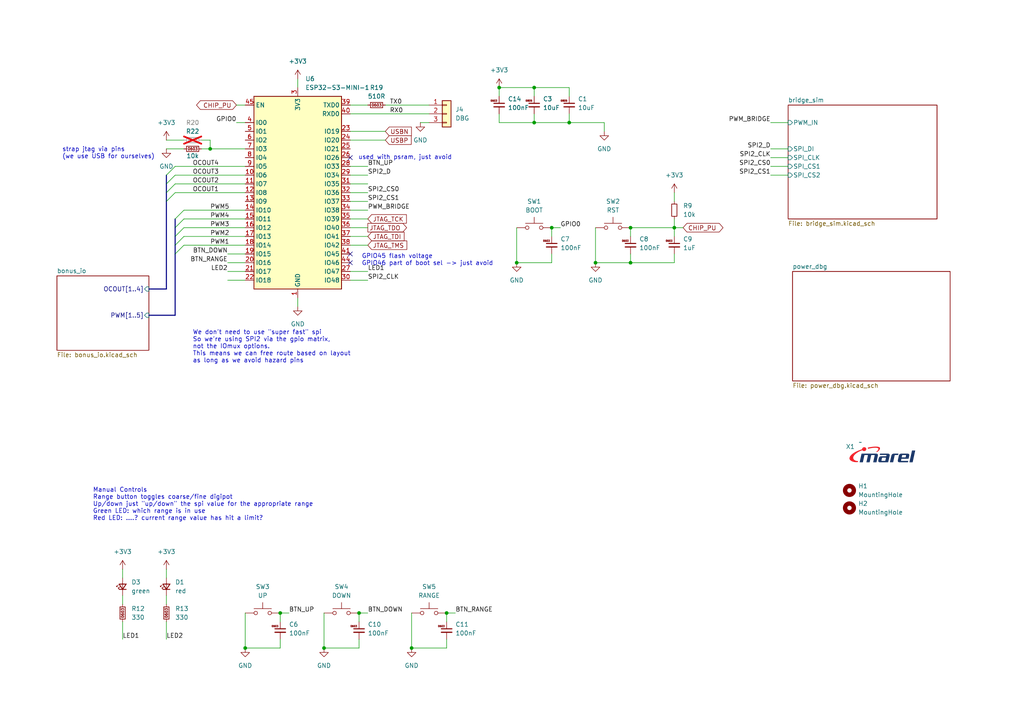
<source format=kicad_sch>
(kicad_sch (version 20231120) (generator "eeschema") (generator_version "8.0")
  (paper "A4")
  (title_block (title "LoadCell Faker") (date "2024-09-30") (rev "1"))
  (lib_symbols
    (symbol "Connector_Generic:Conn_01x03" (pin_names (offset 1.016) hide)
      (property "Reference" "J" (at 0 5.08 0))
      (property "Value" "Conn_01x03" (at 0 -5.08 0))
      (symbol "Conn_01x03_1_1"
        (pin passive line (at -5.08 2.54 0) (length 3.81) (name "Pin_1") (number "1"))
        (pin passive line (at -5.08 0 0) (length 3.81) (name "Pin_2") (number "2"))
        (pin passive line (at -5.08 -2.54 0) (length 3.81) (name "Pin_3") (number "3"))
      )
    )
    (symbol "Device:LED_Small" (pin_numbers hide) (pin_names (offset 0.254) hide)
      (property "Reference" "D" (at -1.27 3.175 0))
      (property "Value" "LED_Small" (at -4.445 -2.54 0))
      (symbol "LED_Small_1_1"
        (pin passive line (at -2.54 0 0) (length 1.778) (name "K") (number "1"))
        (pin passive line (at 2.54 0 180) (length 1.778) (name "A") (number "2"))
      )
    )
    (symbol "Device:R_Small" (pin_numbers hide) (pin_names (offset 0.254) hide)
      (property "Reference" "R" (at 0.762 0.508 0))
      (property "Value" "R_Small" (at 0.762 -1.016 0))
      (symbol "R_Small_1_1"
        (pin passive line (at 0 2.54 270) (length 0.762) (name "~") (number "1"))
        (pin passive line (at 0 -2.54 90) (length 0.762) (name "~") (number "2"))
      )
    )
    (symbol "Mechanical:MountingHole" (pin_names (offset 1.016)) (exclude_from_sim yes) (in_bom no)
      (property "Reference" "H" (at 0 5.08 0))
      (property "Value" "MountingHole" (at 0 3.175 0))
    )
    (symbol "RF_Module:ESP32-S3-MINI-1"
      (property "Reference" "U" (at -11.43 29.21 0))
      (property "Value" "ESP32-S3-MINI-1" (at 12.7 29.21 0))
      (symbol "ESP32-S3-MINI-1_1_1"
        (pin power_in line (at 0 -30.48 90) (length 2.54) (name "GND") (number "1"))
        (pin bidirectional line (at -15.24 5.08 0) (length 2.54) (name "IO6") (number "10"))
        (pin bidirectional line (at -15.24 2.54 0) (length 2.54) (name "IO7") (number "11"))
        (pin bidirectional line (at -15.24 0 0) (length 2.54) (name "IO8") (number "12"))
        (pin bidirectional line (at -15.24 -2.54 0) (length 2.54) (name "IO9") (number "13"))
        (pin bidirectional line (at -15.24 -5.08 0) (length 2.54) (name "IO10") (number "14"))
        (pin bidirectional line (at -15.24 -7.62 0) (length 2.54) (name "IO11") (number "15"))
        (pin bidirectional line (at -15.24 -10.16 0) (length 2.54) (name "IO12") (number "16"))
        (pin bidirectional line (at -15.24 -12.7 0) (length 2.54) (name "IO13") (number "17"))
        (pin bidirectional line (at -15.24 -15.24 0) (length 2.54) (name "IO14") (number "18"))
        (pin bidirectional line (at -15.24 -17.78 0) (length 2.54) (name "IO15") (number "19"))
        (pin passive line (at 0 -30.48 90) (length 2.54) hide (name "GND") (number "2"))
        (pin bidirectional line (at -15.24 -20.32 0) (length 2.54) (name "IO16") (number "20"))
        (pin bidirectional line (at -15.24 -22.86 0) (length 2.54) (name "IO17") (number "21"))
        (pin bidirectional line (at -15.24 -25.4 0) (length 2.54) (name "IO18") (number "22"))
        (pin bidirectional line (at 15.24 17.78 180) (length 2.54) (name "IO19") (number "23"))
        (pin bidirectional line (at 15.24 15.24 180) (length 2.54) (name "IO20") (number "24"))
        (pin bidirectional line (at 15.24 12.7 180) (length 2.54) (name "IO21") (number "25"))
        (pin bidirectional line (at 15.24 10.16 180) (length 2.54) (name "IO26") (number "26"))
        (pin bidirectional line (at 15.24 -22.86 180) (length 2.54) (name "IO47") (number "27"))
        (pin bidirectional line (at 15.24 7.62 180) (length 2.54) (name "IO33") (number "28"))
        (pin bidirectional line (at 15.24 5.08 180) (length 2.54) (name "IO34") (number "29"))
        (pin power_in line (at 0 30.48 270) (length 2.54) (name "3V3") (number "3"))
        (pin bidirectional line (at 15.24 -25.4 180) (length 2.54) (name "IO48") (number "30"))
        (pin bidirectional line (at 15.24 2.54 180) (length 2.54) (name "IO35") (number "31"))
        (pin bidirectional line (at 15.24 0 180) (length 2.54) (name "IO36") (number "32"))
        (pin bidirectional line (at 15.24 -2.54 180) (length 2.54) (name "IO37") (number "33"))
        (pin bidirectional line (at 15.24 -5.08 180) (length 2.54) (name "IO38") (number "34"))
        (pin bidirectional line (at 15.24 -7.62 180) (length 2.54) (name "IO39") (number "35"))
        (pin bidirectional line (at 15.24 -10.16 180) (length 2.54) (name "IO40") (number "36"))
        (pin bidirectional line (at 15.24 -12.7 180) (length 2.54) (name "IO41") (number "37"))
        (pin bidirectional line (at 15.24 -15.24 180) (length 2.54) (name "IO42") (number "38"))
        (pin bidirectional line (at 15.24 25.4 180) (length 2.54) (name "TXD0") (number "39"))
        (pin bidirectional line (at -15.24 20.32 0) (length 2.54) (name "IO0") (number "4"))
        (pin bidirectional line (at 15.24 22.86 180) (length 2.54) (name "RXD0") (number "40"))
        (pin bidirectional line (at 15.24 -17.78 180) (length 2.54) (name "IO45") (number "41"))
        (pin passive line (at 0 -30.48 90) (length 2.54) hide (name "GND") (number "42"))
        (pin passive line (at 0 -30.48 90) (length 2.54) hide (name "GND") (number "43"))
        (pin bidirectional line (at 15.24 -20.32 180) (length 2.54) (name "IO46") (number "44"))
        (pin input line (at -15.24 25.4 0) (length 2.54) (name "EN") (number "45"))
        (pin passive line (at 0 -30.48 90) (length 2.54) hide (name "GND") (number "46"))
        (pin passive line (at 0 -30.48 90) (length 2.54) hide (name "GND") (number "47"))
        (pin passive line (at 0 -30.48 90) (length 2.54) hide (name "GND") (number "48"))
        (pin passive line (at 0 -30.48 90) (length 2.54) hide (name "GND") (number "49"))
        (pin bidirectional line (at -15.24 17.78 0) (length 2.54) (name "IO1") (number "5"))
        (pin passive line (at 0 -30.48 90) (length 2.54) hide (name "GND") (number "50"))
        (pin passive line (at 0 -30.48 90) (length 2.54) hide (name "GND") (number "51"))
        (pin passive line (at 0 -30.48 90) (length 2.54) hide (name "GND") (number "52"))
        (pin passive line (at 0 -30.48 90) (length 2.54) hide (name "GND") (number "53"))
        (pin passive line (at 0 -30.48 90) (length 2.54) hide (name "GND") (number "54"))
        (pin passive line (at 0 -30.48 90) (length 2.54) hide (name "GND") (number "55"))
        (pin passive line (at 0 -30.48 90) (length 2.54) hide (name "GND") (number "56"))
        (pin passive line (at 0 -30.48 90) (length 2.54) hide (name "GND") (number "57"))
        (pin passive line (at 0 -30.48 90) (length 2.54) hide (name "GND") (number "58"))
        (pin passive line (at 0 -30.48 90) (length 2.54) hide (name "GND") (number "59"))
        (pin bidirectional line (at -15.24 15.24 0) (length 2.54) (name "IO2") (number "6"))
        (pin passive line (at 0 -30.48 90) (length 2.54) hide (name "GND") (number "60"))
        (pin passive line (at 0 -30.48 90) (length 2.54) hide (name "GND") (number "61"))
        (pin passive line (at 0 -30.48 90) (length 2.54) hide (name "GND") (number "62"))
        (pin passive line (at 0 -30.48 90) (length 2.54) hide (name "GND") (number "63"))
        (pin passive line (at 0 -30.48 90) (length 2.54) hide (name "GND") (number "64"))
        (pin passive line (at 0 -30.48 90) (length 2.54) hide (name "GND") (number "65"))
        (pin bidirectional line (at -15.24 12.7 0) (length 2.54) (name "IO3") (number "7"))
        (pin bidirectional line (at -15.24 10.16 0) (length 2.54) (name "IO4") (number "8"))
        (pin bidirectional line (at -15.24 7.62 0) (length 2.54) (name "IO5") (number "9"))
      )
    )
    (symbol "Switch:SW_Push" (pin_numbers hide) (pin_names (offset 1.016) hide)
      (property "Reference" "SW" (at 1.27 2.54 0))
      (property "Value" "SW_Push" (at 0 -1.524 0))
      (symbol "SW_Push_0_1"
        (pin passive line (at -5.08 0 0) (length 2.54) (name "1") (number "1"))
        (pin passive line (at 5.08 0 180) (length 2.54) (name "2") (number "2"))
      )
    )
    (symbol "karl-atomic-basic:KC0603_100nF" (pin_numbers hide) (pin_names (offset 0.254) hide)
      (property "Reference" "C" (at 0.254 1.778 0))
      (property "Value" "100nF" (at 0.254 -2.032 0))
      (symbol "KC0603_100nF_1_1"
        (text "0603" (at -1.524 1.27 0) (effects (font (size 0.508 0.508))))
        (pin passive line (at 0 2.54 270) (length 2.032) (name "~") (number "1"))
        (pin passive line (at 0 -2.54 90) (length 2.032) (name "~") (number "2"))
      )
    )
    (symbol "karl-atomic-basic:KC0603_1uF" (pin_numbers hide) (pin_names (offset 0.254) hide)
      (property "Reference" "C" (at 0.254 1.778 0))
      (property "Value" "1uF" (at 0.254 -2.032 0))
      (symbol "KC0603_1uF_1_1"
        (text "0603" (at -1.524 1.27 0) (effects (font (size 0.508 0.508))))
        (pin passive line (at 0 2.54 270) (length 2.032) (name "~") (number "1"))
        (pin passive line (at 0 -2.54 90) (length 2.032) (name "~") (number "2"))
      )
    )
    (symbol "karl-atomic-basic:KC0805_10uF_25V" (pin_numbers hide) (pin_names (offset 0.254) hide)
      (property "Reference" "C" (at 0.254 1.778 0))
      (property "Value" "10uF" (at 0.254 -2.032 0))
      (symbol "KC0805_10uF_25V_1_1"
        (text "0805" (at -1.524 1.27 0) (effects (font (size 0.508 0.508))))
        (pin passive line (at 0 2.54 270) (length 2.032) (name "~") (number "1"))
        (pin passive line (at 0 -2.54 90) (length 2.032) (name "~") (number "2"))
      )
    )
    (symbol "karl-atomic-basic:KR0603_10k" (pin_numbers hide) (pin_names (offset 0.254) hide)
      (property "Reference" "R" (at 0.762 0.508 0))
      (property "Value" "10k" (at 0.762 -1.016 0))
      (symbol "KR0603_10k_1_1"
        (text "0603" (at 0 0 900) (effects (font (size 0.762 0.762))))
        (pin passive line (at 0 2.54 270) (length 0.762) (name "~") (number "1"))
        (pin passive line (at 0 -2.54 90) (length 0.762) (name "~") (number "2"))
      )
    )
    (symbol "karl-atomic-basic:KR0603_330R" (pin_numbers hide) (pin_names (offset 0.254) hide)
      (property "Reference" "R" (at 0.762 0.508 0))
      (property "Value" "330" (at 0.762 -1.016 0))
      (symbol "KR0603_330R_1_1"
        (text "0603" (at 0 0 900) (effects (font (size 0.762 0.762))))
        (pin passive line (at 0 2.54 270) (length 0.762) (name "~") (number "1"))
        (pin passive line (at 0 -2.54 90) (length 0.762) (name "~") (number "2"))
      )
    )
    (symbol "karl-atomic-basic:KR0603_510R" (pin_numbers hide) (pin_names (offset 0.254) hide)
      (property "Reference" "R" (at 0.762 0.508 0))
      (property "Value" "510R" (at 0.762 -1.016 0))
      (symbol "KR0603_510R_1_1"
        (text "0603" (at 0 0 900) (effects (font (size 0.762 0.762))))
        (pin passive line (at 0 2.54 270) (length 0.762) (name "~") (number "1"))
        (pin passive line (at 0 -2.54 90) (length 0.762) (name "~") (number "2"))
      )
    )
    (symbol "karl-atomic-basic:Logo_Marel" (in_bom no)
      (property "Reference" "X" (at 0 0 0))
    )
    (symbol "power:+3V3" (power) (pin_numbers hide) (pin_names (offset 0) hide)
      (property "Value" "+3V3" (at 0 3.556 0))
      (symbol "+3V3_1_1"
        (pin power_in line (at 0 0 90) (length 0) (name "~") (number "1"))
      )
    )
    (symbol "power:GND" (power) (pin_numbers hide) (pin_names (offset 0) hide)
      (property "Value" "GND" (at 0 -3.81 0))
      (symbol "GND_1_1"
        (pin power_in line (at 0 0 270) (length 0) (name "~") (number "1"))
      )
    )
  )
  (junction (at 172.72 76.2))
  (junction (at 154.94 25.4))
  (junction (at 104.14 177.8))
  (junction (at 71.12 187.96))
  (junction (at 195.58 66.04))
  (junction (at 165.1 35.56))
  (junction (at 81.28 177.8))
  (junction (at 144.78 25.4))
  (junction (at 149.86 76.2))
  (junction (at 160.02 66.04))
  (junction (at 60.96 43.18))
  (junction (at 129.54 177.8))
  (junction (at 182.88 66.04))
  (junction (at 119.38 187.96))
  (junction (at 93.98 187.96))
  (junction (at 154.94 35.56))
  (junction (at 182.88 76.2))
  (no_connect (at 101.6 45.72))
  (no_connect (at 101.6 73.66))
  (no_connect (at 101.6 76.2))
  (bus_entry (at 50.8 48.26) (size -2.54 2.54))
  (bus_entry (at 50.8 55.88) (size -2.54 2.54))
  (bus_entry (at 53.34 60.96) (size -2.54 2.54))
  (bus_entry (at 50.8 66.04) (size 2.54 -2.54))
  (bus_entry (at 50.8 73.66) (size 2.54 -2.54))
  (bus_entry (at 50.8 68.58) (size 2.54 -2.54))
  (bus_entry (at 50.8 53.34) (size -2.54 2.54))
  (bus_entry (at 50.8 71.12) (size 2.54 -2.54))
  (bus_entry (at 50.8 50.8) (size -2.54 2.54))
  (wire (pts (xy 93.98 177.8) (xy 93.98 187.96)))
  (wire (pts (xy 172.72 76.2) (xy 182.88 76.2)))
  (wire (pts (xy 81.28 177.8) (xy 81.28 180.34)))
  (wire (pts (xy 144.78 25.4) (xy 154.94 25.4)))
  (wire (pts (xy 121.92 35.56) (xy 124.46 35.56)))
  (bus (pts (xy 50.8 63.5) (xy 50.8 66.04)))
  (wire (pts (xy 195.58 76.2) (xy 182.88 76.2)))
  (wire (pts (xy 195.58 66.04) (xy 195.58 68.58)))
  (wire (pts (xy 50.8 55.88) (xy 71.12 55.88)))
  (wire (pts (xy 53.34 68.58) (xy 71.12 68.58)))
  (wire (pts (xy 195.58 73.66) (xy 195.58 76.2)))
  (wire (pts (xy 66.04 73.66) (xy 71.12 73.66)))
  (wire (pts (xy 53.34 71.12) (xy 71.12 71.12)))
  (wire (pts (xy 66.04 78.74) (xy 71.12 78.74)))
  (wire (pts (xy 182.88 66.04) (xy 195.58 66.04)))
  (wire (pts (xy 106.68 78.74) (xy 101.6 78.74)))
  (wire (pts (xy 106.68 55.88) (xy 101.6 55.88)))
  (wire (pts (xy 149.86 76.2) (xy 160.02 76.2)))
  (wire (pts (xy 129.54 177.8) (xy 132.08 177.8)))
  (wire (pts (xy 106.68 71.12) (xy 101.6 71.12)))
  (wire (pts (xy 154.94 27.94) (xy 154.94 25.4)))
  (wire (pts (xy 48.26 165.1) (xy 48.26 167.64)))
  (wire (pts (xy 106.68 81.28) (xy 101.6 81.28)))
  (wire (pts (xy 144.78 27.94) (xy 144.78 25.4)))
  (wire (pts (xy 71.12 30.48) (xy 68.58 30.48)))
  (wire (pts (xy 101.6 50.8) (xy 106.68 50.8)))
  (wire (pts (xy 223.52 48.26) (xy 228.6 48.26)))
  (wire (pts (xy 35.56 172.72) (xy 35.56 175.26)))
  (wire (pts (xy 66.04 76.2) (xy 71.12 76.2)))
  (wire (pts (xy 53.34 60.96) (xy 71.12 60.96)))
  (wire (pts (xy 60.96 43.18) (xy 71.12 43.18)))
  (wire (pts (xy 50.8 53.34) (xy 71.12 53.34)))
  (wire (pts (xy 104.14 177.8) (xy 104.14 180.34)))
  (wire (pts (xy 160.02 66.04) (xy 162.56 66.04)))
  (wire (pts (xy 195.58 55.88) (xy 195.58 58.42)))
  (wire (pts (xy 53.34 63.5) (xy 71.12 63.5)))
  (wire (pts (xy 223.52 45.72) (xy 228.6 45.72)))
  (bus (pts (xy 50.8 71.12) (xy 50.8 73.66)))
  (bus (pts (xy 50.8 66.04) (xy 50.8 68.58)))
  (wire (pts (xy 106.68 63.5) (xy 101.6 63.5)))
  (wire (pts (xy 195.58 66.04) (xy 198.12 66.04)))
  (wire (pts (xy 60.96 40.64) (xy 60.96 43.18)))
  (wire (pts (xy 48.26 172.72) (xy 48.26 175.26)))
  (wire (pts (xy 86.36 22.86) (xy 86.36 25.4)))
  (wire (pts (xy 160.02 76.2) (xy 160.02 73.66)))
  (wire (pts (xy 119.38 177.8) (xy 119.38 187.96)))
  (wire (pts (xy 154.94 35.56) (xy 165.1 35.56)))
  (wire (pts (xy 71.12 177.8) (xy 71.12 187.96)))
  (wire (pts (xy 50.8 50.8) (xy 71.12 50.8)))
  (wire (pts (xy 165.1 33.02) (xy 165.1 35.56)))
  (wire (pts (xy 154.94 25.4) (xy 165.1 25.4)))
  (wire (pts (xy 111.76 38.1) (xy 101.6 38.1)))
  (wire (pts (xy 35.56 180.34) (xy 35.56 185.42)))
  (bus (pts (xy 50.8 73.66) (xy 50.8 91.44)))
  (wire (pts (xy 111.76 40.64) (xy 101.6 40.64)))
  (wire (pts (xy 144.78 35.56) (xy 154.94 35.56)))
  (wire (pts (xy 223.52 43.18) (xy 228.6 43.18)))
  (wire (pts (xy 106.68 60.96) (xy 101.6 60.96)))
  (wire (pts (xy 58.42 43.18) (xy 60.96 43.18)))
  (wire (pts (xy 154.94 33.02) (xy 154.94 35.56)))
  (wire (pts (xy 48.26 43.18) (xy 53.34 43.18)))
  (wire (pts (xy 71.12 187.96) (xy 81.28 187.96)))
  (wire (pts (xy 106.68 66.04) (xy 101.6 66.04)))
  (wire (pts (xy 223.52 35.56) (xy 228.6 35.56)))
  (wire (pts (xy 106.68 48.26) (xy 101.6 48.26)))
  (bus (pts (xy 43.18 83.82) (xy 48.26 83.82)))
  (wire (pts (xy 101.6 33.02) (xy 124.46 33.02)))
  (wire (pts (xy 35.56 165.1) (xy 35.56 167.64)))
  (wire (pts (xy 101.6 30.48) (xy 106.68 30.48)))
  (wire (pts (xy 129.54 187.96) (xy 129.54 185.42)))
  (wire (pts (xy 182.88 73.66) (xy 182.88 76.2)))
  (wire (pts (xy 144.78 33.02) (xy 144.78 35.56)))
  (wire (pts (xy 81.28 177.8) (xy 83.82 177.8)))
  (wire (pts (xy 129.54 177.8) (xy 129.54 180.34)))
  (wire (pts (xy 149.86 66.04) (xy 149.86 76.2)))
  (bus (pts (xy 48.26 50.8) (xy 48.26 53.34)))
  (wire (pts (xy 53.34 66.04) (xy 71.12 66.04)))
  (wire (pts (xy 182.88 66.04) (xy 182.88 68.58)))
  (wire (pts (xy 104.14 187.96) (xy 104.14 185.42)))
  (wire (pts (xy 223.52 50.8) (xy 228.6 50.8)))
  (wire (pts (xy 71.12 35.56) (xy 68.58 35.56)))
  (wire (pts (xy 106.68 53.34) (xy 101.6 53.34)))
  (wire (pts (xy 81.28 187.96) (xy 81.28 185.42)))
  (wire (pts (xy 195.58 63.5) (xy 195.58 66.04)))
  (wire (pts (xy 101.6 58.42) (xy 106.68 58.42)))
  (bus (pts (xy 48.26 55.88) (xy 48.26 58.42)))
  (bus (pts (xy 48.26 58.42) (xy 48.26 83.82)))
  (wire (pts (xy 48.26 180.34) (xy 48.26 185.42)))
  (wire (pts (xy 93.98 187.96) (xy 104.14 187.96)))
  (wire (pts (xy 160.02 66.04) (xy 160.02 68.58)))
  (wire (pts (xy 172.72 66.04) (xy 172.72 76.2)))
  (wire (pts (xy 119.38 187.96) (xy 129.54 187.96)))
  (bus (pts (xy 50.8 68.58) (xy 50.8 71.12)))
  (wire (pts (xy 104.14 177.8) (xy 106.68 177.8)))
  (wire (pts (xy 175.26 35.56) (xy 175.26 38.1)))
  (wire (pts (xy 58.42 40.64) (xy 60.96 40.64)))
  (wire (pts (xy 48.26 40.64) (xy 53.34 40.64)))
  (wire (pts (xy 165.1 35.56) (xy 175.26 35.56)))
  (wire (pts (xy 66.04 81.28) (xy 71.12 81.28)))
  (wire (pts (xy 86.36 86.36) (xy 86.36 88.9)))
  (wire (pts (xy 111.76 30.48) (xy 124.46 30.48)))
  (wire (pts (xy 50.8 48.26) (xy 71.12 48.26)))
  (bus (pts (xy 43.18 91.44) (xy 50.8 91.44)))
  (bus (pts (xy 48.26 53.34) (xy 48.26 55.88)))
  (wire (pts (xy 165.1 27.94) (xy 165.1 25.4)))
  (wire (pts (xy 106.68 68.58) (xy 101.6 68.58)))
  (text "We don't need to use \"super fast\" spi\nSo we're using SPI2 via the gpio matrix,\nnot the IOmux options.\nThis means we can free route based on layout\nas long as we avoid hazard pins" (at 55.88 100.584 0) (effects (font (size 1.27 1.27)) (justify left)))
  (text "GPIO45 flash voltage\nGPIO46 part of boot sel -> just avoid" (at 104.902 75.438 0) (effects (font (size 1.27 1.27)) (justify left)))
  (text "used with psram, just avoid" (at 103.886 45.72 0) (effects (font (size 1.27 1.27)) (justify left)))
  (text "strap jtag via pins\n(we use USB for ourselves)" (at 18.034 44.45 0) (effects (font (size 1.27 1.27)) (justify left)))
  (text "Manual Controls\nRange button toggles coarse/fine digipot\nUp/down just \"up/down\" the spi value for the appropriate range\nGreen LED: which range is in use\nRed LED: ....? current range value has hit a limit?" (at 26.924 146.304 0) (effects (font (size 1.27 1.27)) (justify left)))
  (label "PWM4" (at 60.96 63.5 0))
  (label "SPI2_CS0" (at 106.68 55.88 0))
  (label "PWM1" (at 60.96 71.12 0))
  (label "PWM3" (at 60.96 66.04 0))
  (label "BTN_RANGE" (at 66.04 76.2 180))
  (label "TX0" (at 113.03 30.48 0))
  (label "SPI2_CS1" (at 223.52 50.8 180))
  (label "SPI2_CS1" (at 106.68 58.42 0))
  (label "LED1" (at 35.56 185.42 0))
  (label "PWM_BRIDGE" (at 223.52 35.56 180))
  (label "SPI2_CS0" (at 223.52 48.26 180))
  (label "BTN_UP" (at 83.82 177.8 0))
  (label "BTN_DOWN" (at 106.68 177.8 0))
  (label "LED1" (at 106.68 78.74 0))
  (label "BTN_DOWN" (at 66.04 73.66 180))
  (label "OCOUT4" (at 63.5 48.26 180))
  (label "OCOUT3" (at 63.5 50.8 180))
  (label "RX0" (at 113.03 33.02 0))
  (label "LED2" (at 66.04 78.74 180))
  (label "PWM5" (at 60.96 60.96 0))
  (label "PWM_BRIDGE" (at 106.68 60.96 0))
  (label "OCOUT1" (at 63.5 55.88 180))
  (label "BTN_RANGE" (at 132.08 177.8 0))
  (label "OCOUT2" (at 63.5 53.34 180))
  (label "SPI2_CLK" (at 223.52 45.72 180))
  (label "SPI2_D" (at 106.68 50.8 0))
  (label "LED2" (at 48.26 185.42 0))
  (label "GPIO0" (at 68.58 35.56 180))
  (label "SPI2_D" (at 223.52 43.18 180))
  (label "PWM2" (at 60.96 68.58 0))
  (label "GPIO0" (at 162.56 66.04 0))
  (label "BTN_UP" (at 106.68 48.26 0))
  (label "SPI2_CLK" (at 106.68 81.28 0))
  (global_label "JTAG_TMS" (shape input) (at 106.68 71.12 0) (property "Intersheetrefs" "${INTERSHEET_REFS}" (effects (hide yes))))
  (global_label "JTAG_TCK" (shape input) (at 106.68 63.5 0) (property "Intersheetrefs" "${INTERSHEET_REFS}" (effects (hide yes))))
  (global_label "CHIP_PU" (shape bidirectional) (at 68.58 30.48 180) (property "Intersheetrefs" "${INTERSHEET_REFS}" (effects (hide yes))))
  (global_label "USBP" (shape input) (at 111.76 40.64 0) (property "Intersheetrefs" "${INTERSHEET_REFS}" (effects (hide yes))))
  (global_label "JTAG_TDI" (shape input) (at 106.68 68.58 0) (property "Intersheetrefs" "${INTERSHEET_REFS}" (effects (hide yes))))
  (global_label "CHIP_PU" (shape bidirectional) (at 198.12 66.04 0) (property "Intersheetrefs" "${INTERSHEET_REFS}" (effects (hide yes))))
  (global_label "JTAG_TDO" (shape output) (at 106.68 66.04 0) (property "Intersheetrefs" "${INTERSHEET_REFS}" (effects (hide yes))))
  (global_label "USBN" (shape input) (at 111.76 38.1 0) (property "Intersheetrefs" "${INTERSHEET_REFS}" (effects (hide yes))))
  (symbol (lib_id "power:GND") (at 149.86 76.2 0) (unit 1)
    (property "Reference" "#PWR07" (effects (hide yes)))
    (property "Value" "GND" (at 149.86 81.28 0))
    (property "Description" "Power symbol creates a global label with name \"GND\" , ground" (effects (hide yes)))
  )
  (symbol (lib_id "power:GND") (at 119.38 187.96 0) (unit 1)
    (property "Reference" "#PWR045" (effects (hide yes)))
    (property "Value" "GND" (at 119.38 193.04 0))
    (property "Description" "Power symbol creates a global label with name \"GND\" , ground" (effects (hide yes)))
  )
  (symbol (lib_id "karl-atomic-basic:KC0603_100nF") (at 129.54 182.88 0) (unit 1)
    (property "Reference" "C11" (at 132.08 181.1071 0) (effects (justify left)))
    (property "Value" "100nF" (at 132.08 183.6471 0) (effects (justify left)))
    (property "Footprint" "Capacitor_SMD:C_0603_1608Metric" (effects (hide yes)))
    (property "Description" "50V, X7R" (effects (hide yes)))
    (property "MPN" "CC0603KRX7R9BB104" (effects (hide yes)))
    (property "LCSC Part #" "C14663" (effects (hide yes)))
  )
  (symbol (lib_id "karl-atomic-basic:KR0603_330R") (at 35.56 177.8 0) (unit 1)
    (property "Reference" "R12" (at 38.1 176.5299 0) (effects (justify left)))
    (property "Value" "330" (at 38.1 179.0699 0) (effects (justify left)))
    (property "Footprint" "Resistor_SMD:R_0603_1608Metric" (effects (hide yes)))
    (property "Description" "Resistor, 0603" (effects (hide yes)))
    (property "MPN" "0603WAF3300T5E" (effects (hide yes)))
    (property "LCSC Part #" "C23138" (effects (hide yes)))
  )
  (symbol (lib_id "karl-atomic-basic:KC0603_100nF") (at 160.02 71.12 0) (unit 1)
    (property "Reference" "C7" (at 162.56 69.3471 0) (effects (justify left)))
    (property "Value" "100nF" (at 162.56 71.8871 0) (effects (justify left)))
    (property "Footprint" "Capacitor_SMD:C_0603_1608Metric" (effects (hide yes)))
    (property "Description" "50V, X7R" (effects (hide yes)))
    (property "MPN" "CC0603KRX7R9BB104" (effects (hide yes)))
    (property "LCSC Part #" "C14663" (effects (hide yes)))
  )
  (symbol (lib_id "power:+3V3") (at 48.26 165.1 0) (unit 1)
    (property "Reference" "#PWR040" (effects (hide yes)))
    (property "Value" "+3V3" (at 48.26 160.02 0))
    (property "Description" "Power symbol creates a global label with name \"+3V3\"" (effects (hide yes)))
  )
  (symbol (lib_id "power:+3V3") (at 86.36 22.86 0) (unit 1)
    (property "Reference" "#PWR025" (effects (hide yes)))
    (property "Value" "+3V3" (at 86.36 17.78 0))
    (property "Description" "Power symbol creates a global label with name \"+3V3\"" (effects (hide yes)))
  )
  (symbol (lib_id "karl-atomic-basic:KC0603_100nF") (at 81.28 182.88 0) (unit 1)
    (property "Reference" "C6" (at 83.82 181.1071 0) (effects (justify left)))
    (property "Value" "100nF" (at 83.82 183.6471 0) (effects (justify left)))
    (property "Footprint" "Capacitor_SMD:C_0603_1608Metric" (effects (hide yes)))
    (property "Description" "50V, X7R" (effects (hide yes)))
    (property "MPN" "CC0603KRX7R9BB104" (effects (hide yes)))
    (property "LCSC Part #" "C14663" (effects (hide yes)))
  )
  (symbol (lib_id "RF_Module:ESP32-S3-MINI-1") (at 86.36 55.88 0) (unit 1)
    (property "Reference" "U6" (at 88.5541 22.86 0) (effects (justify left)))
    (property "Value" "ESP32-S3-MINI-1" (at 88.5541 25.4 0) (effects (justify left)))
    (property "Footprint" "RF_Module:ESP32-S2-MINI-1" (effects (hide yes)))
    (property "Datasheet" "https://www.espressif.com/sites/default/files/documentation/esp32-s3-mini-1_mini-1u_datasheet_en.pdf" (effects (hide yes)))
    (property "Description" "RF Module, ESP32-S3 SoC, Wi-Fi 802.11b/g/n, Bluetooth, BLE, 32-bit, 3.3V, SMD, onboard antenna" (effects (hide yes)))
    (property "MPN" "ESP32-S3-MINI-1-N8" (effects (hide yes)))
    (property "LCSC Part #" "C2913206" (effects (hide yes)))
  )
  (symbol (lib_id "karl-atomic-basic:KC0603_1uF") (at 195.58 71.12 0) (unit 1)
    (property "Reference" "C9" (at 198.12 69.3471 0) (effects (justify left)))
    (property "Value" "1uF" (at 198.12 71.8871 0) (effects (justify left)))
    (property "Footprint" "Capacitor_SMD:C_0603_1608Metric" (effects (hide yes)))
    (property "Description" "50V, X5R" (effects (hide yes)))
    (property "MPN" "CL10A105KB8NNNC" (effects (hide yes)))
    (property "LCSC Part #" "C15849" (effects (hide yes)))
  )
  (symbol (lib_id "Switch:SW_Push") (at 99.06 177.8 0) (unit 1)
    (property "Reference" "SW4" (at 99.06 170.18 0))
    (property "Value" "DOWN" (at 99.06 172.72 0))
    (property "Footprint" "Button_Switch_SMD:SW_SPST_TL3342" (effects (hide yes)))
    (property "Description" "Push button switch, generic, two pins" (effects (hide yes)))
    (property "MPN" "TS-1187A-B-A-B" (effects (hide yes)))
    (property "jlcbasic" "basic" (effects (hide yes)))
    (property "LCSC Part #" "C318884" (effects (hide yes)))
  )
  (symbol (lib_id "karl-atomic-basic:KR0603_10k") (at 55.88 43.18 90) (unit 1)
    (property "Reference" "R22" (at 55.88 38.1 90))
    (property "Value" "10k" (at 55.88 45.212 90))
    (property "Footprint" "Resistor_SMD:R_0603_1608Metric" (effects (hide yes)))
    (property "Description" "Resistor, 0603" (effects (hide yes)))
    (property "MPN" "0603WAF1002T5E" (effects (hide yes)))
    (property "LCSC Part #" "C25804" (effects (hide yes)))
    (property "jlcbasic" "basic" (effects (hide yes)))
  )
  (symbol (lib_id "power:GND") (at 48.26 43.18 0) (unit 1)
    (property "Reference" "#PWR026" (effects (hide yes)))
    (property "Value" "GND" (at 48.26 48.26 0))
    (property "Description" "Power symbol creates a global label with name \"GND\" , ground" (effects (hide yes)))
  )
  (symbol (lib_id "karl-atomic-basic:KC0805_10uF_25V") (at 165.1 30.48 0) (unit 1)
    (property "Reference" "C1" (at 167.64 28.7071 0) (effects (justify left)))
    (property "Value" "10uF" (at 167.64 31.2471 0) (effects (justify left)))
    (property "Footprint" "Capacitor_SMD:C_0805_2012Metric" (effects (hide yes)))
    (property "Description" "25V, X5R" (effects (hide yes)))
    (property "MPN" "CL21A106KAYNNNE" (effects (hide yes)))
    (property "LCSC Part #" "C15850" (effects (hide yes)))
  )
  (symbol (lib_id "Switch:SW_Push") (at 177.8 66.04 0) (unit 1)
    (property "Reference" "SW2" (at 177.8 58.42 0))
    (property "Value" "RST" (at 177.8 60.96 0))
    (property "Footprint" "Button_Switch_SMD:SW_SPST_TL3342" (effects (hide yes)))
    (property "Description" "Push button switch, generic, two pins" (effects (hide yes)))
    (property "MPN" "TS-1187A-B-A-B" (effects (hide yes)))
    (property "jlcbasic" "basic" (effects (hide yes)))
    (property "LCSC Part #" "C318884" (effects (hide yes)))
  )
  (symbol (lib_id "Device:LED_Small") (at 35.56 170.18 90) (unit 1)
    (property "Reference" "D3" (at 38.1 168.8464 90) (effects (justify right)))
    (property "Value" "green" (at 38.1 171.3864 90) (effects (justify right)))
    (property "Footprint" "LED_SMD:LED_0805_2012Metric" (effects (hide yes)))
    (property "Description" "Light emitting diode, small symbol" (effects (hide yes)))
    (property "MPN" "KT-0805G" (effects (hide yes)))
    (property "jlcbasic" "basic" (effects (hide yes)))
    (property "LCSC Part #" "C2297" (effects (hide yes)))
  )
  (symbol (lib_id "karl-atomic-basic:Logo_Marel") (at 246.38 129.54 0) (unit 1) (in_bom no)
    (property "Reference" "X1" (at 246.634 129.54 0))
    (property "Value" "~" (at 249.5583 128.27 0))
    (property "Footprint" "marel-footprints:Logo_Marel_5.3x1.1mm_copper" (effects (hide yes)))
  )
  (symbol (lib_id "karl-atomic-basic:KC0603_100nF") (at 104.14 182.88 0) (unit 1)
    (property "Reference" "C10" (at 106.68 181.1071 0) (effects (justify left)))
    (property "Value" "100nF" (at 106.68 183.6471 0) (effects (justify left)))
    (property "Footprint" "Capacitor_SMD:C_0603_1608Metric" (effects (hide yes)))
    (property "Description" "50V, X7R" (effects (hide yes)))
    (property "MPN" "CC0603KRX7R9BB104" (effects (hide yes)))
    (property "LCSC Part #" "C14663" (effects (hide yes)))
  )
  (symbol (lib_id "power:GND") (at 121.92 35.56 0) (unit 1)
    (property "Reference" "#PWR024" (effects (hide yes)))
    (property "Value" "GND" (at 121.92 40.64 0))
    (property "Description" "Power symbol creates a global label with name \"GND\" , ground" (effects (hide yes)))
  )
  (symbol (lib_id "power:+3V3") (at 144.78 25.4 0) (unit 1)
    (property "Reference" "#PWR019" (effects (hide yes)))
    (property "Value" "+3V3" (at 144.78 20.32 0))
    (property "Description" "Power symbol creates a global label with name \"+3V3\"" (effects (hide yes)))
  )
  (symbol (lib_id "karl-atomic-basic:KR0603_10k") (at 55.88 40.64 90) (unit 1) (dnp yes)
    (property "Reference" "R20" (at 55.88 35.56 90))
    (property "Value" "10k" (effects (hide yes)))
    (property "Footprint" "Resistor_SMD:R_0603_1608Metric" (effects (hide yes)))
    (property "Description" "Resistor, 0603" (effects (hide yes)))
    (property "MPN" "0603WAF1002T5E" (effects (hide yes)))
    (property "LCSC Part #" "C25804" (effects (hide yes)))
  )
  (symbol (lib_id "power:GND") (at 71.12 187.96 0) (unit 1)
    (property "Reference" "#PWR028" (effects (hide yes)))
    (property "Value" "GND" (at 71.12 193.04 0))
    (property "Description" "Power symbol creates a global label with name \"GND\" , ground" (effects (hide yes)))
  )
  (symbol (lib_id "Device:R_Small") (at 195.58 60.96 180) (unit 1)
    (property "Reference" "R9" (at 198.12 59.69 0) (effects (justify right)))
    (property "Value" "10k" (at 198.12 62.23 0) (effects (justify right)))
    (property "Footprint" "Resistor_SMD:R_0603_1608Metric" (effects (hide yes)))
    (property "Description" "Resistor, small symbol" (effects (hide yes)))
    (property "MPN" "0603WAF1002T5E" (effects (hide yes)))
    (property "jlcbasic" "basic" (effects (hide yes)))
    (property "LCSC Part #" "C25804" (effects (hide yes)))
  )
  (symbol (lib_id "karl-atomic-basic:KR0603_510R") (at 109.22 30.48 90) (unit 1)
    (property "Reference" "R19" (at 109.22 25.4 90))
    (property "Value" "510R" (at 109.22 27.94 90))
    (property "Footprint" "Resistor_SMD:R_0603_1608Metric" (effects (hide yes)))
    (property "Description" "Resistor, 0603" (effects (hide yes)))
    (property "MPN" "0603WAF5100T5E" (effects (hide yes)))
    (property "jlcbasic" "basic" (effects (hide yes)))
    (property "LCSC Part #" "C23193" (effects (hide yes)))
  )
  (symbol (lib_id "karl-atomic-basic:KC0603_100nF") (at 144.78 30.48 0) (unit 1)
    (property "Reference" "C14" (at 147.32 28.7071 0) (effects (justify left)))
    (property "Value" "100nF" (at 147.32 31.2471 0) (effects (justify left)))
    (property "Footprint" "Capacitor_SMD:C_0603_1608Metric" (effects (hide yes)))
    (property "Description" "50V, X7R" (effects (hide yes)))
    (property "MPN" "CC0603KRX7R9BB104" (effects (hide yes)))
    (property "LCSC Part #" "C14663" (effects (hide yes)))
  )
  (symbol (lib_id "Switch:SW_Push") (at 76.2 177.8 0) (unit 1)
    (property "Reference" "SW3" (at 76.2 170.18 0))
    (property "Value" "UP" (at 76.2 172.72 0))
    (property "Footprint" "Button_Switch_SMD:SW_SPST_TL3342" (effects (hide yes)))
    (property "Description" "Push button switch, generic, two pins" (effects (hide yes)))
    (property "MPN" "TS-1187A-B-A-B" (effects (hide yes)))
    (property "jlcbasic" "basic" (effects (hide yes)))
    (property "LCSC Part #" "C318884" (effects (hide yes)))
  )
  (symbol (lib_id "Mechanical:MountingHole") (at 246.38 147.32 0) (unit 1) (exclude_from_sim yes) (in_bom no)
    (property "Reference" "H2" (at 248.92 146.0499 0) (effects (justify left)))
    (property "Value" "MountingHole" (at 248.92 148.5899 0) (effects (justify left)))
    (property "Footprint" "MountingHole:MountingHole_3.2mm_M3" (effects (hide yes)))
    (property "Description" "Mounting Hole without connection" (effects (hide yes)))
  )
  (symbol (lib_id "Device:LED_Small") (at 48.26 170.18 90) (unit 1)
    (property "Reference" "D1" (at 50.8 168.8464 90) (effects (justify right)))
    (property "Value" "red" (at 50.8 171.3864 90) (effects (justify right)))
    (property "Footprint" "LED_SMD:LED_0805_2012Metric" (effects (hide yes)))
    (property "Description" "Light emitting diode, small symbol" (effects (hide yes)))
    (property "MPN" "NCD0805R1" (effects (hide yes)))
    (property "jlcbasic" "basic" (effects (hide yes)))
    (property "LCSC Part #" "C84256" (effects (hide yes)))
  )
  (symbol (lib_id "power:+3V3") (at 48.26 40.64 0) (unit 1)
    (property "Reference" "#PWR036" (effects (hide yes)))
    (property "Value" "+3V3" (at 48.26 35.56 0))
    (property "Description" "Power symbol creates a global label with name \"+3V3\"" (effects (hide yes)))
  )
  (symbol (lib_id "Connector_Generic:Conn_01x03") (at 129.54 33.02 0) (unit 1)
    (property "Reference" "J4" (at 132.08 31.7499 0) (effects (justify left)))
    (property "Value" "DBG" (at 132.08 34.2899 0) (effects (justify left)))
    (property "Footprint" "Connector_PinHeader_2.54mm:PinHeader_1x03_P2.54mm_Vertical" (effects (hide yes)))
    (property "Description" "Generic connector, single row, 01x03, script generated (kicad-library-utils/schlib/autogen/connector/)" (effects (hide yes)))
    (property "LCSC Part #" "C2937625" (effects (hide yes)))
  )
  (symbol (lib_id "power:+3V3") (at 35.56 165.1 0) (unit 1)
    (property "Reference" "#PWR039" (effects (hide yes)))
    (property "Value" "+3V3" (at 35.56 160.02 0))
    (property "Description" "Power symbol creates a global label with name \"+3V3\"" (effects (hide yes)))
  )
  (symbol (lib_id "power:GND") (at 93.98 187.96 0) (unit 1)
    (property "Reference" "#PWR029" (effects (hide yes)))
    (property "Value" "GND" (at 93.98 193.04 0))
    (property "Description" "Power symbol creates a global label with name \"GND\" , ground" (effects (hide yes)))
  )
  (symbol (lib_id "karl-atomic-basic:KC0603_100nF") (at 182.88 71.12 0) (unit 1)
    (property "Reference" "C8" (at 185.42 69.3471 0) (effects (justify left)))
    (property "Value" "100nF" (at 185.42 71.8871 0) (effects (justify left)))
    (property "Footprint" "Capacitor_SMD:C_0603_1608Metric" (effects (hide yes)))
    (property "Description" "50V, X7R" (effects (hide yes)))
    (property "MPN" "CC0603KRX7R9BB104" (effects (hide yes)))
    (property "LCSC Part #" "C14663" (effects (hide yes)))
  )
  (symbol (lib_id "karl-atomic-basic:KC0805_10uF_25V") (at 154.94 30.48 0) (unit 1)
    (property "Reference" "C3" (at 157.48 28.7071 0) (effects (justify left)))
    (property "Value" "10uF" (at 157.48 31.2471 0) (effects (justify left)))
    (property "Footprint" "Capacitor_SMD:C_0805_2012Metric" (effects (hide yes)))
    (property "Description" "25V, X5R" (effects (hide yes)))
    (property "MPN" "CL21A106KAYNNNE" (effects (hide yes)))
    (property "LCSC Part #" "C15850" (effects (hide yes)))
  )
  (symbol (lib_id "karl-atomic-basic:KR0603_330R") (at 48.26 177.8 0) (unit 1)
    (property "Reference" "R13" (at 50.8 176.5299 0) (effects (justify left)))
    (property "Value" "330" (at 50.8 179.0699 0) (effects (justify left)))
    (property "Footprint" "Resistor_SMD:R_0603_1608Metric" (effects (hide yes)))
    (property "Description" "Resistor, 0603" (effects (hide yes)))
    (property "MPN" "0603WAF3300T5E" (effects (hide yes)))
    (property "LCSC Part #" "C23138" (effects (hide yes)))
  )
  (symbol (lib_id "power:GND") (at 86.36 88.9 0) (unit 1)
    (property "Reference" "#PWR027" (effects (hide yes)))
    (property "Value" "GND" (at 86.36 93.98 0))
    (property "Description" "Power symbol creates a global label with name \"GND\" , ground" (effects (hide yes)))
  )
  (symbol (lib_id "power:+3V3") (at 195.58 55.88 0) (unit 1)
    (property "Reference" "#PWR09" (effects (hide yes)))
    (property "Value" "+3V3" (at 195.58 50.8 0))
    (property "Description" "Power symbol creates a global label with name \"+3V3\"" (effects (hide yes)))
  )
  (symbol (lib_id "power:GND") (at 172.72 76.2 0) (unit 1)
    (property "Reference" "#PWR08" (effects (hide yes)))
    (property "Value" "GND" (at 172.72 81.28 0))
    (property "Description" "Power symbol creates a global label with name \"GND\" , ground" (effects (hide yes)))
  )
  (symbol (lib_id "Mechanical:MountingHole") (at 246.38 142.24 0) (unit 1) (exclude_from_sim yes) (in_bom no)
    (property "Reference" "H1" (at 248.92 140.9699 0) (effects (justify left)))
    (property "Value" "MountingHole" (at 248.92 143.5099 0) (effects (justify left)))
    (property "Footprint" "MountingHole:MountingHole_3.2mm_M3" (effects (hide yes)))
    (property "Description" "Mounting Hole without connection" (effects (hide yes)))
  )
  (symbol (lib_id "Switch:SW_Push") (at 154.94 66.04 0) (unit 1)
    (property "Reference" "SW1" (at 154.94 58.42 0))
    (property "Value" "BOOT" (at 154.94 60.96 0))
    (property "Footprint" "Button_Switch_SMD:SW_SPST_TL3342" (effects (hide yes)))
    (property "Description" "Push button switch, generic, two pins" (effects (hide yes)))
    (property "MPN" "TS-1187A-B-A-B" (effects (hide yes)))
    (property "jlcbasic" "basic" (effects (hide yes)))
    (property "LCSC Part #" "C318884" (effects (hide yes)))
  )
  (symbol (lib_id "Switch:SW_Push") (at 124.46 177.8 0) (unit 1)
    (property "Reference" "SW5" (at 124.46 170.18 0))
    (property "Value" "RANGE" (at 124.46 172.72 0))
    (property "Footprint" "Button_Switch_SMD:SW_SPST_TL3342" (effects (hide yes)))
    (property "Description" "Push button switch, generic, two pins" (effects (hide yes)))
    (property "MPN" "TS-1187A-B-A-B" (effects (hide yes)))
    (property "jlcbasic" "basic" (effects (hide yes)))
    (property "LCSC Part #" "C318884" (effects (hide yes)))
  )
  (symbol (lib_id "power:GND") (at 175.26 38.1 0) (unit 1)
    (property "Reference" "#PWR020" (effects (hide yes)))
    (property "Value" "GND" (at 175.26 43.18 0))
    (property "Description" "Power symbol creates a global label with name \"GND\" , ground" (effects (hide yes)))
  )
  (sheet (at 228.6 30.48) (size 43.18 33.02) (stroke (width 0.1524))
    (property "Sheetname" "bridge_sim" (at 228.6 29.7684 0) (effects (justify left bottom)))
    (property "Sheetfile" "bridge_sim.kicad_sch" (at 228.6 64.0846 0) (effects (justify left top)))
    (pin "SPI_DI" input (at 228.6 43.18 180))
    (pin "SPI_CLK" input (at 228.6 45.72 180))
    (pin "SPI_CS2" input (at 228.6 50.8 180))
    (pin "SPI_CS1" input (at 228.6 48.26 180))
    (pin "PWM_IN" input (at 228.6 35.56 180))
  )
  (sheet (at 229.87 78.74) (size 45.72 31.75) (stroke (width 0.1524))
    (property "Sheetname" "power_dbg" (at 229.87 78.0284 0) (effects (justify left bottom)))
    (property "Sheetfile" "power_dbg.kicad_sch" (at 229.87 111.0746 0) (effects (justify left top)))
  )
  (sheet (at 16.51 80.01) (size 26.67 21.59) (stroke (width 0.1524))
    (property "Sheetname" "bonus_io" (at 16.51 79.2984 0) (effects (justify left bottom)))
    (property "Sheetfile" "bonus_io.kicad_sch" (at 16.51 102.1846 0) (effects (justify left top)))
    (pin "PWM[1..5]" input (at 43.18 91.44 0))
    (pin "OCOUT[1..4]" input (at 43.18 83.82 0))
  )
)
</source>
